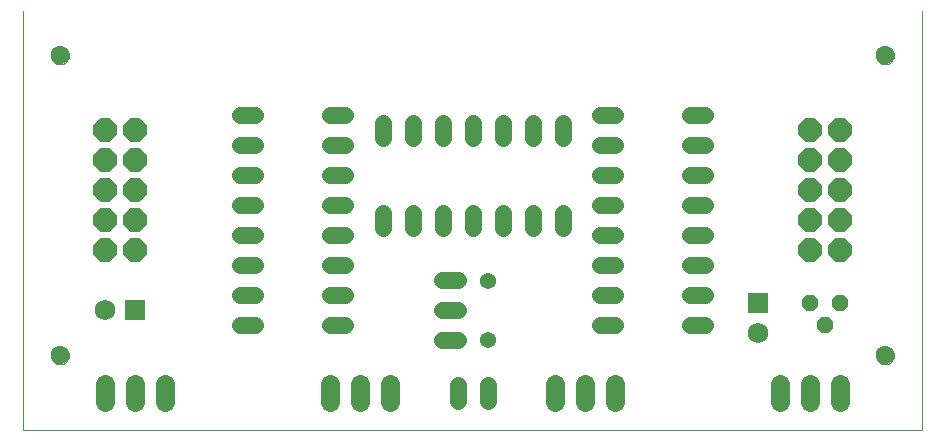
<source format=gts>
G75*
G70*
%OFA0B0*%
%FSLAX24Y24*%
%IPPOS*%
%LPD*%
%AMOC8*
5,1,8,0,0,1.08239X$1,22.5*
%
%ADD10C,0.0000*%
%ADD11C,0.0631*%
%ADD12C,0.0560*%
%ADD13C,0.0634*%
%ADD14OC8,0.0780*%
%ADD15C,0.0540*%
%ADD16OC8,0.0560*%
%ADD17R,0.0690X0.0690*%
%ADD18C,0.0690*%
D10*
X000101Y000151D02*
X000101Y014147D01*
X001056Y012651D02*
X001058Y012685D01*
X001064Y012719D01*
X001074Y012752D01*
X001087Y012783D01*
X001105Y012813D01*
X001125Y012841D01*
X001149Y012866D01*
X001175Y012888D01*
X001203Y012906D01*
X001234Y012922D01*
X001266Y012934D01*
X001300Y012942D01*
X001334Y012946D01*
X001368Y012946D01*
X001402Y012942D01*
X001436Y012934D01*
X001468Y012922D01*
X001498Y012906D01*
X001527Y012888D01*
X001553Y012866D01*
X001577Y012841D01*
X001597Y012813D01*
X001615Y012783D01*
X001628Y012752D01*
X001638Y012719D01*
X001644Y012685D01*
X001646Y012651D01*
X001644Y012617D01*
X001638Y012583D01*
X001628Y012550D01*
X001615Y012519D01*
X001597Y012489D01*
X001577Y012461D01*
X001553Y012436D01*
X001527Y012414D01*
X001499Y012396D01*
X001468Y012380D01*
X001436Y012368D01*
X001402Y012360D01*
X001368Y012356D01*
X001334Y012356D01*
X001300Y012360D01*
X001266Y012368D01*
X001234Y012380D01*
X001203Y012396D01*
X001175Y012414D01*
X001149Y012436D01*
X001125Y012461D01*
X001105Y012489D01*
X001087Y012519D01*
X001074Y012550D01*
X001064Y012583D01*
X001058Y012617D01*
X001056Y012651D01*
X001056Y002651D02*
X001058Y002685D01*
X001064Y002719D01*
X001074Y002752D01*
X001087Y002783D01*
X001105Y002813D01*
X001125Y002841D01*
X001149Y002866D01*
X001175Y002888D01*
X001203Y002906D01*
X001234Y002922D01*
X001266Y002934D01*
X001300Y002942D01*
X001334Y002946D01*
X001368Y002946D01*
X001402Y002942D01*
X001436Y002934D01*
X001468Y002922D01*
X001498Y002906D01*
X001527Y002888D01*
X001553Y002866D01*
X001577Y002841D01*
X001597Y002813D01*
X001615Y002783D01*
X001628Y002752D01*
X001638Y002719D01*
X001644Y002685D01*
X001646Y002651D01*
X001644Y002617D01*
X001638Y002583D01*
X001628Y002550D01*
X001615Y002519D01*
X001597Y002489D01*
X001577Y002461D01*
X001553Y002436D01*
X001527Y002414D01*
X001499Y002396D01*
X001468Y002380D01*
X001436Y002368D01*
X001402Y002360D01*
X001368Y002356D01*
X001334Y002356D01*
X001300Y002360D01*
X001266Y002368D01*
X001234Y002380D01*
X001203Y002396D01*
X001175Y002414D01*
X001149Y002436D01*
X001125Y002461D01*
X001105Y002489D01*
X001087Y002519D01*
X001074Y002550D01*
X001064Y002583D01*
X001058Y002617D01*
X001056Y002651D01*
X000101Y000151D02*
X030096Y000151D01*
X030096Y014147D01*
X028556Y012651D02*
X028558Y012685D01*
X028564Y012719D01*
X028574Y012752D01*
X028587Y012783D01*
X028605Y012813D01*
X028625Y012841D01*
X028649Y012866D01*
X028675Y012888D01*
X028703Y012906D01*
X028734Y012922D01*
X028766Y012934D01*
X028800Y012942D01*
X028834Y012946D01*
X028868Y012946D01*
X028902Y012942D01*
X028936Y012934D01*
X028968Y012922D01*
X028998Y012906D01*
X029027Y012888D01*
X029053Y012866D01*
X029077Y012841D01*
X029097Y012813D01*
X029115Y012783D01*
X029128Y012752D01*
X029138Y012719D01*
X029144Y012685D01*
X029146Y012651D01*
X029144Y012617D01*
X029138Y012583D01*
X029128Y012550D01*
X029115Y012519D01*
X029097Y012489D01*
X029077Y012461D01*
X029053Y012436D01*
X029027Y012414D01*
X028999Y012396D01*
X028968Y012380D01*
X028936Y012368D01*
X028902Y012360D01*
X028868Y012356D01*
X028834Y012356D01*
X028800Y012360D01*
X028766Y012368D01*
X028734Y012380D01*
X028703Y012396D01*
X028675Y012414D01*
X028649Y012436D01*
X028625Y012461D01*
X028605Y012489D01*
X028587Y012519D01*
X028574Y012550D01*
X028564Y012583D01*
X028558Y012617D01*
X028556Y012651D01*
X028556Y002651D02*
X028558Y002685D01*
X028564Y002719D01*
X028574Y002752D01*
X028587Y002783D01*
X028605Y002813D01*
X028625Y002841D01*
X028649Y002866D01*
X028675Y002888D01*
X028703Y002906D01*
X028734Y002922D01*
X028766Y002934D01*
X028800Y002942D01*
X028834Y002946D01*
X028868Y002946D01*
X028902Y002942D01*
X028936Y002934D01*
X028968Y002922D01*
X028998Y002906D01*
X029027Y002888D01*
X029053Y002866D01*
X029077Y002841D01*
X029097Y002813D01*
X029115Y002783D01*
X029128Y002752D01*
X029138Y002719D01*
X029144Y002685D01*
X029146Y002651D01*
X029144Y002617D01*
X029138Y002583D01*
X029128Y002550D01*
X029115Y002519D01*
X029097Y002489D01*
X029077Y002461D01*
X029053Y002436D01*
X029027Y002414D01*
X028999Y002396D01*
X028968Y002380D01*
X028936Y002368D01*
X028902Y002360D01*
X028868Y002356D01*
X028834Y002356D01*
X028800Y002360D01*
X028766Y002368D01*
X028734Y002380D01*
X028703Y002396D01*
X028675Y002414D01*
X028649Y002436D01*
X028625Y002461D01*
X028605Y002489D01*
X028587Y002519D01*
X028574Y002550D01*
X028564Y002583D01*
X028558Y002617D01*
X028556Y002651D01*
D11*
X028851Y002651D03*
X028851Y012651D03*
X001351Y012651D03*
X001351Y002651D03*
D12*
X007341Y003651D02*
X007861Y003651D01*
X007861Y004651D02*
X007341Y004651D01*
X007341Y005651D02*
X007861Y005651D01*
X007861Y006651D02*
X007341Y006651D01*
X007341Y007651D02*
X007861Y007651D01*
X007861Y008651D02*
X007341Y008651D01*
X007341Y009651D02*
X007861Y009651D01*
X007861Y010651D02*
X007341Y010651D01*
X010341Y010651D02*
X010861Y010651D01*
X012101Y010411D02*
X012101Y009891D01*
X013101Y009891D02*
X013101Y010411D01*
X014101Y010411D02*
X014101Y009891D01*
X015101Y009891D02*
X015101Y010411D01*
X016101Y010411D02*
X016101Y009891D01*
X017101Y009891D02*
X017101Y010411D01*
X018101Y010411D02*
X018101Y009891D01*
X019341Y009651D02*
X019861Y009651D01*
X019861Y008651D02*
X019341Y008651D01*
X019341Y007651D02*
X019861Y007651D01*
X018101Y007411D02*
X018101Y006891D01*
X017101Y006891D02*
X017101Y007411D01*
X016101Y007411D02*
X016101Y006891D01*
X015101Y006891D02*
X015101Y007411D01*
X014101Y007411D02*
X014101Y006891D01*
X013101Y006891D02*
X013101Y007411D01*
X012101Y007411D02*
X012101Y006891D01*
X010861Y006651D02*
X010341Y006651D01*
X010341Y005651D02*
X010861Y005651D01*
X010861Y004651D02*
X010341Y004651D01*
X010341Y003651D02*
X010861Y003651D01*
X014091Y003151D02*
X014611Y003151D01*
X014611Y004151D02*
X014091Y004151D01*
X014091Y005151D02*
X014611Y005151D01*
X019341Y004651D02*
X019861Y004651D01*
X019861Y003651D02*
X019341Y003651D01*
X022341Y003651D02*
X022861Y003651D01*
X022861Y004651D02*
X022341Y004651D01*
X022341Y005651D02*
X022861Y005651D01*
X022861Y006651D02*
X022341Y006651D01*
X022341Y007651D02*
X022861Y007651D01*
X022861Y008651D02*
X022341Y008651D01*
X022341Y009651D02*
X022861Y009651D01*
X022861Y010651D02*
X022341Y010651D01*
X019861Y010651D02*
X019341Y010651D01*
X019341Y006651D02*
X019861Y006651D01*
X019861Y005651D02*
X019341Y005651D01*
X015601Y001661D02*
X015601Y001141D01*
X014601Y001141D02*
X014601Y001661D01*
X010861Y007651D02*
X010341Y007651D01*
X010341Y008651D02*
X010861Y008651D01*
X010861Y009651D02*
X010341Y009651D01*
D13*
X010351Y001698D02*
X010351Y001104D01*
X011351Y001104D02*
X011351Y001698D01*
X012351Y001698D02*
X012351Y001104D01*
X017851Y001104D02*
X017851Y001698D01*
X018851Y001698D02*
X018851Y001104D01*
X019851Y001104D02*
X019851Y001698D01*
X025351Y001698D02*
X025351Y001104D01*
X026351Y001104D02*
X026351Y001698D01*
X027351Y001698D02*
X027351Y001104D01*
X004851Y001104D02*
X004851Y001698D01*
X003851Y001698D02*
X003851Y001104D01*
X002851Y001104D02*
X002851Y001698D01*
D14*
X002851Y006151D03*
X003851Y006151D03*
X003851Y007151D03*
X002851Y007151D03*
X002851Y008151D03*
X003851Y008151D03*
X003851Y009151D03*
X002851Y009151D03*
X002851Y010151D03*
X003851Y010151D03*
X026351Y010151D03*
X027351Y010151D03*
X027351Y009151D03*
X026351Y009151D03*
X026351Y008151D03*
X027351Y008151D03*
X027351Y007151D03*
X026351Y007151D03*
X026351Y006151D03*
X027351Y006151D03*
D15*
X015601Y005135D03*
X015601Y003167D03*
D16*
X026351Y004401D03*
X027351Y004401D03*
X026851Y003651D03*
D17*
X024601Y004401D03*
X003851Y004151D03*
D18*
X002851Y004151D03*
X024601Y003401D03*
M02*

</source>
